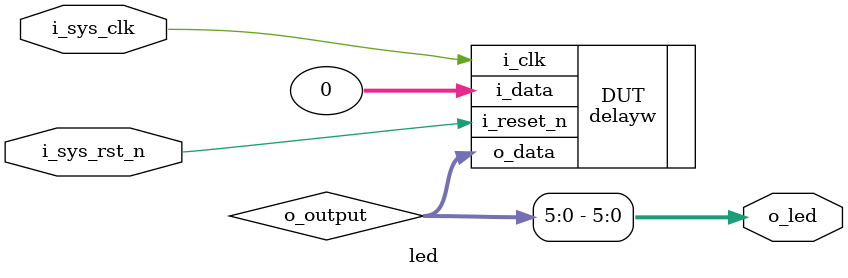
<source format=v>
module led (
    input   wire            i_sys_clk,          // clk input
    input   wire            i_sys_rst_n,        // reset input
    output  wire     [5:0]   o_led    // 6 LEDS pin
);

// module delayw(
//     input   wire    [0:0]   i_clk,
//     input   wire    [0:0]   i_reset_n,
//     input   wire    [7:0]   i_data,
//     output  reg     [7:0]   o_data
// );
wire [7:0] o_output;
delayw DUT(
    .i_clk(i_sys_clk),
    .i_reset_n(i_sys_rst_n),
    .i_data('h00),  // Example input data, modify as needed
    .o_data(o_output)   // Connect output to LED pins
);
assign o_led = o_output[5:0]; // Assign the first 6 bits to the LED output    

endmodule

</source>
